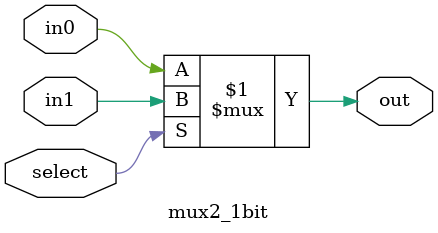
<source format=v>
module mux2_1bit(select, in0, in1, out);
	input select,in0, in1;
	output out;
	assign out = select ? in1 : in0;
endmodule
</source>
